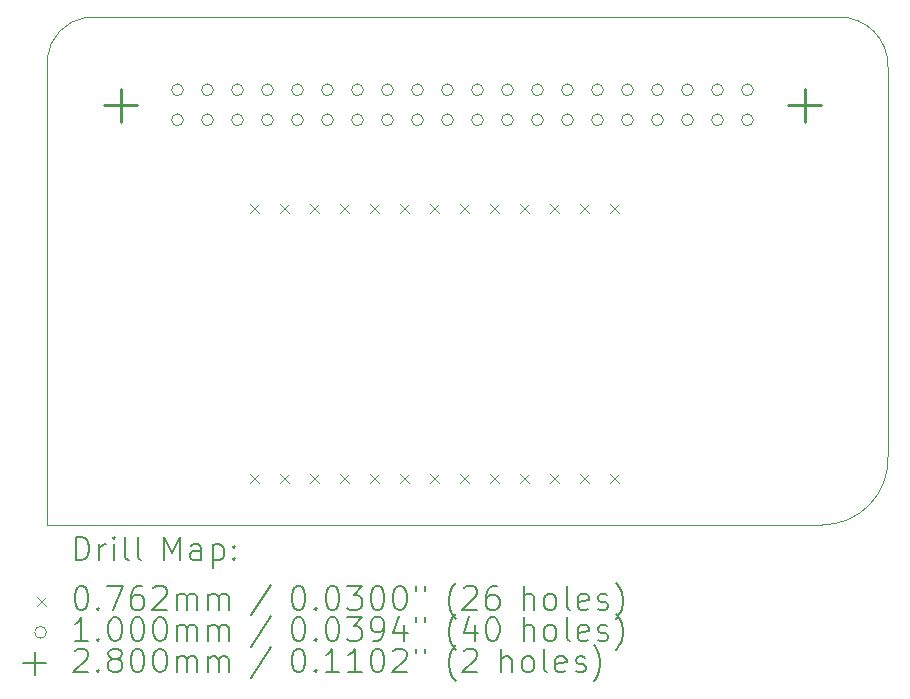
<source format=gbr>
%TF.GenerationSoftware,KiCad,Pcbnew,(7.0.0)*%
%TF.CreationDate,2023-07-17T15:43:13+02:00*%
%TF.ProjectId,SupportPizero,53757070-6f72-4745-9069-7a65726f2e6b,rev?*%
%TF.SameCoordinates,Original*%
%TF.FileFunction,Drillmap*%
%TF.FilePolarity,Positive*%
%FSLAX45Y45*%
G04 Gerber Fmt 4.5, Leading zero omitted, Abs format (unit mm)*
G04 Created by KiCad (PCBNEW (7.0.0)) date 2023-07-17 15:43:13*
%MOMM*%
%LPD*%
G01*
G04 APERTURE LIST*
%ADD10C,0.100000*%
%ADD11C,0.200000*%
%ADD12C,0.076200*%
%ADD13C,0.280000*%
G04 APERTURE END LIST*
D10*
X5130800Y-4932985D02*
G75*
G03*
X4800527Y-5280054I59200J-387015D01*
G01*
X11920340Y-8650052D02*
X11919724Y-5349976D01*
X11360695Y-9230000D02*
X4800000Y-9230000D01*
X4800527Y-5280054D02*
X4800000Y-9230000D01*
X11919729Y-5349976D02*
G75*
G03*
X11500695Y-4930972I-409029J9976D01*
G01*
X11360695Y-9229995D02*
G75*
G03*
X11920340Y-8650052I5J559995D01*
G01*
X5130800Y-4932985D02*
X11500695Y-4930972D01*
D11*
D12*
X6521900Y-6511900D02*
X6598100Y-6588100D01*
X6598100Y-6511900D02*
X6521900Y-6588100D01*
X6521900Y-8797900D02*
X6598100Y-8874100D01*
X6598100Y-8797900D02*
X6521900Y-8874100D01*
X6775900Y-6511900D02*
X6852100Y-6588100D01*
X6852100Y-6511900D02*
X6775900Y-6588100D01*
X6775900Y-8797900D02*
X6852100Y-8874100D01*
X6852100Y-8797900D02*
X6775900Y-8874100D01*
X7029900Y-6511900D02*
X7106100Y-6588100D01*
X7106100Y-6511900D02*
X7029900Y-6588100D01*
X7029900Y-8797900D02*
X7106100Y-8874100D01*
X7106100Y-8797900D02*
X7029900Y-8874100D01*
X7283900Y-6511900D02*
X7360100Y-6588100D01*
X7360100Y-6511900D02*
X7283900Y-6588100D01*
X7283900Y-8797900D02*
X7360100Y-8874100D01*
X7360100Y-8797900D02*
X7283900Y-8874100D01*
X7537900Y-6511900D02*
X7614100Y-6588100D01*
X7614100Y-6511900D02*
X7537900Y-6588100D01*
X7537900Y-8797900D02*
X7614100Y-8874100D01*
X7614100Y-8797900D02*
X7537900Y-8874100D01*
X7791900Y-6511900D02*
X7868100Y-6588100D01*
X7868100Y-6511900D02*
X7791900Y-6588100D01*
X7791900Y-8797900D02*
X7868100Y-8874100D01*
X7868100Y-8797900D02*
X7791900Y-8874100D01*
X8045900Y-6511900D02*
X8122100Y-6588100D01*
X8122100Y-6511900D02*
X8045900Y-6588100D01*
X8045900Y-8797900D02*
X8122100Y-8874100D01*
X8122100Y-8797900D02*
X8045900Y-8874100D01*
X8299900Y-6511900D02*
X8376100Y-6588100D01*
X8376100Y-6511900D02*
X8299900Y-6588100D01*
X8299900Y-8797900D02*
X8376100Y-8874100D01*
X8376100Y-8797900D02*
X8299900Y-8874100D01*
X8553900Y-6511900D02*
X8630100Y-6588100D01*
X8630100Y-6511900D02*
X8553900Y-6588100D01*
X8553900Y-8797900D02*
X8630100Y-8874100D01*
X8630100Y-8797900D02*
X8553900Y-8874100D01*
X8807900Y-6511900D02*
X8884100Y-6588100D01*
X8884100Y-6511900D02*
X8807900Y-6588100D01*
X8807900Y-8797900D02*
X8884100Y-8874100D01*
X8884100Y-8797900D02*
X8807900Y-8874100D01*
X9061900Y-6511900D02*
X9138100Y-6588100D01*
X9138100Y-6511900D02*
X9061900Y-6588100D01*
X9061900Y-8797900D02*
X9138100Y-8874100D01*
X9138100Y-8797900D02*
X9061900Y-8874100D01*
X9315900Y-6511900D02*
X9392100Y-6588100D01*
X9392100Y-6511900D02*
X9315900Y-6588100D01*
X9315900Y-8797900D02*
X9392100Y-8874100D01*
X9392100Y-8797900D02*
X9315900Y-8874100D01*
X9569900Y-6511900D02*
X9646100Y-6588100D01*
X9646100Y-6511900D02*
X9569900Y-6588100D01*
X9569900Y-8797900D02*
X9646100Y-8874100D01*
X9646100Y-8797900D02*
X9569900Y-8874100D01*
D10*
X5954000Y-5546000D02*
G75*
G03*
X5954000Y-5546000I-50000J0D01*
G01*
X5954000Y-5800000D02*
G75*
G03*
X5954000Y-5800000I-50000J0D01*
G01*
X6208000Y-5546000D02*
G75*
G03*
X6208000Y-5546000I-50000J0D01*
G01*
X6208000Y-5800000D02*
G75*
G03*
X6208000Y-5800000I-50000J0D01*
G01*
X6462000Y-5546000D02*
G75*
G03*
X6462000Y-5546000I-50000J0D01*
G01*
X6462000Y-5800000D02*
G75*
G03*
X6462000Y-5800000I-50000J0D01*
G01*
X6716000Y-5546000D02*
G75*
G03*
X6716000Y-5546000I-50000J0D01*
G01*
X6716000Y-5800000D02*
G75*
G03*
X6716000Y-5800000I-50000J0D01*
G01*
X6970000Y-5546000D02*
G75*
G03*
X6970000Y-5546000I-50000J0D01*
G01*
X6970000Y-5800000D02*
G75*
G03*
X6970000Y-5800000I-50000J0D01*
G01*
X7224000Y-5546000D02*
G75*
G03*
X7224000Y-5546000I-50000J0D01*
G01*
X7224000Y-5800000D02*
G75*
G03*
X7224000Y-5800000I-50000J0D01*
G01*
X7478000Y-5546000D02*
G75*
G03*
X7478000Y-5546000I-50000J0D01*
G01*
X7478000Y-5800000D02*
G75*
G03*
X7478000Y-5800000I-50000J0D01*
G01*
X7732000Y-5546000D02*
G75*
G03*
X7732000Y-5546000I-50000J0D01*
G01*
X7732000Y-5800000D02*
G75*
G03*
X7732000Y-5800000I-50000J0D01*
G01*
X7986000Y-5546000D02*
G75*
G03*
X7986000Y-5546000I-50000J0D01*
G01*
X7986000Y-5800000D02*
G75*
G03*
X7986000Y-5800000I-50000J0D01*
G01*
X8240000Y-5546000D02*
G75*
G03*
X8240000Y-5546000I-50000J0D01*
G01*
X8240000Y-5800000D02*
G75*
G03*
X8240000Y-5800000I-50000J0D01*
G01*
X8494000Y-5546000D02*
G75*
G03*
X8494000Y-5546000I-50000J0D01*
G01*
X8494000Y-5800000D02*
G75*
G03*
X8494000Y-5800000I-50000J0D01*
G01*
X8748000Y-5546000D02*
G75*
G03*
X8748000Y-5546000I-50000J0D01*
G01*
X8748000Y-5800000D02*
G75*
G03*
X8748000Y-5800000I-50000J0D01*
G01*
X9002000Y-5546000D02*
G75*
G03*
X9002000Y-5546000I-50000J0D01*
G01*
X9002000Y-5800000D02*
G75*
G03*
X9002000Y-5800000I-50000J0D01*
G01*
X9256000Y-5546000D02*
G75*
G03*
X9256000Y-5546000I-50000J0D01*
G01*
X9256000Y-5800000D02*
G75*
G03*
X9256000Y-5800000I-50000J0D01*
G01*
X9510000Y-5546000D02*
G75*
G03*
X9510000Y-5546000I-50000J0D01*
G01*
X9510000Y-5800000D02*
G75*
G03*
X9510000Y-5800000I-50000J0D01*
G01*
X9764000Y-5546000D02*
G75*
G03*
X9764000Y-5546000I-50000J0D01*
G01*
X9764000Y-5800000D02*
G75*
G03*
X9764000Y-5800000I-50000J0D01*
G01*
X10018000Y-5546000D02*
G75*
G03*
X10018000Y-5546000I-50000J0D01*
G01*
X10018000Y-5800000D02*
G75*
G03*
X10018000Y-5800000I-50000J0D01*
G01*
X10272000Y-5546000D02*
G75*
G03*
X10272000Y-5546000I-50000J0D01*
G01*
X10272000Y-5800000D02*
G75*
G03*
X10272000Y-5800000I-50000J0D01*
G01*
X10526000Y-5546000D02*
G75*
G03*
X10526000Y-5546000I-50000J0D01*
G01*
X10526000Y-5800000D02*
G75*
G03*
X10526000Y-5800000I-50000J0D01*
G01*
X10780000Y-5546000D02*
G75*
G03*
X10780000Y-5546000I-50000J0D01*
G01*
X10780000Y-5800000D02*
G75*
G03*
X10780000Y-5800000I-50000J0D01*
G01*
D13*
X5422900Y-5536900D02*
X5422900Y-5816900D01*
X5282900Y-5676900D02*
X5562900Y-5676900D01*
X11214100Y-5536900D02*
X11214100Y-5816900D01*
X11074100Y-5676900D02*
X11354100Y-5676900D01*
D11*
X5042619Y-9528476D02*
X5042619Y-9328476D01*
X5042619Y-9328476D02*
X5090238Y-9328476D01*
X5090238Y-9328476D02*
X5118810Y-9338000D01*
X5118810Y-9338000D02*
X5137857Y-9357048D01*
X5137857Y-9357048D02*
X5147381Y-9376095D01*
X5147381Y-9376095D02*
X5156905Y-9414190D01*
X5156905Y-9414190D02*
X5156905Y-9442762D01*
X5156905Y-9442762D02*
X5147381Y-9480857D01*
X5147381Y-9480857D02*
X5137857Y-9499905D01*
X5137857Y-9499905D02*
X5118810Y-9518952D01*
X5118810Y-9518952D02*
X5090238Y-9528476D01*
X5090238Y-9528476D02*
X5042619Y-9528476D01*
X5242619Y-9528476D02*
X5242619Y-9395143D01*
X5242619Y-9433238D02*
X5252143Y-9414190D01*
X5252143Y-9414190D02*
X5261667Y-9404667D01*
X5261667Y-9404667D02*
X5280714Y-9395143D01*
X5280714Y-9395143D02*
X5299762Y-9395143D01*
X5366429Y-9528476D02*
X5366429Y-9395143D01*
X5366429Y-9328476D02*
X5356905Y-9338000D01*
X5356905Y-9338000D02*
X5366429Y-9347524D01*
X5366429Y-9347524D02*
X5375952Y-9338000D01*
X5375952Y-9338000D02*
X5366429Y-9328476D01*
X5366429Y-9328476D02*
X5366429Y-9347524D01*
X5490238Y-9528476D02*
X5471190Y-9518952D01*
X5471190Y-9518952D02*
X5461667Y-9499905D01*
X5461667Y-9499905D02*
X5461667Y-9328476D01*
X5595000Y-9528476D02*
X5575952Y-9518952D01*
X5575952Y-9518952D02*
X5566429Y-9499905D01*
X5566429Y-9499905D02*
X5566429Y-9328476D01*
X5791190Y-9528476D02*
X5791190Y-9328476D01*
X5791190Y-9328476D02*
X5857857Y-9471333D01*
X5857857Y-9471333D02*
X5924524Y-9328476D01*
X5924524Y-9328476D02*
X5924524Y-9528476D01*
X6105476Y-9528476D02*
X6105476Y-9423714D01*
X6105476Y-9423714D02*
X6095952Y-9404667D01*
X6095952Y-9404667D02*
X6076905Y-9395143D01*
X6076905Y-9395143D02*
X6038809Y-9395143D01*
X6038809Y-9395143D02*
X6019762Y-9404667D01*
X6105476Y-9518952D02*
X6086428Y-9528476D01*
X6086428Y-9528476D02*
X6038809Y-9528476D01*
X6038809Y-9528476D02*
X6019762Y-9518952D01*
X6019762Y-9518952D02*
X6010238Y-9499905D01*
X6010238Y-9499905D02*
X6010238Y-9480857D01*
X6010238Y-9480857D02*
X6019762Y-9461810D01*
X6019762Y-9461810D02*
X6038809Y-9452286D01*
X6038809Y-9452286D02*
X6086428Y-9452286D01*
X6086428Y-9452286D02*
X6105476Y-9442762D01*
X6200714Y-9395143D02*
X6200714Y-9595143D01*
X6200714Y-9404667D02*
X6219762Y-9395143D01*
X6219762Y-9395143D02*
X6257857Y-9395143D01*
X6257857Y-9395143D02*
X6276905Y-9404667D01*
X6276905Y-9404667D02*
X6286428Y-9414190D01*
X6286428Y-9414190D02*
X6295952Y-9433238D01*
X6295952Y-9433238D02*
X6295952Y-9490381D01*
X6295952Y-9490381D02*
X6286428Y-9509429D01*
X6286428Y-9509429D02*
X6276905Y-9518952D01*
X6276905Y-9518952D02*
X6257857Y-9528476D01*
X6257857Y-9528476D02*
X6219762Y-9528476D01*
X6219762Y-9528476D02*
X6200714Y-9518952D01*
X6381667Y-9509429D02*
X6391190Y-9518952D01*
X6391190Y-9518952D02*
X6381667Y-9528476D01*
X6381667Y-9528476D02*
X6372143Y-9518952D01*
X6372143Y-9518952D02*
X6381667Y-9509429D01*
X6381667Y-9509429D02*
X6381667Y-9528476D01*
X6381667Y-9404667D02*
X6391190Y-9414190D01*
X6391190Y-9414190D02*
X6381667Y-9423714D01*
X6381667Y-9423714D02*
X6372143Y-9414190D01*
X6372143Y-9414190D02*
X6381667Y-9404667D01*
X6381667Y-9404667D02*
X6381667Y-9423714D01*
D12*
X4718800Y-9836900D02*
X4795000Y-9913100D01*
X4795000Y-9836900D02*
X4718800Y-9913100D01*
D11*
X5080714Y-9748476D02*
X5099762Y-9748476D01*
X5099762Y-9748476D02*
X5118810Y-9758000D01*
X5118810Y-9758000D02*
X5128333Y-9767524D01*
X5128333Y-9767524D02*
X5137857Y-9786571D01*
X5137857Y-9786571D02*
X5147381Y-9824667D01*
X5147381Y-9824667D02*
X5147381Y-9872286D01*
X5147381Y-9872286D02*
X5137857Y-9910381D01*
X5137857Y-9910381D02*
X5128333Y-9929429D01*
X5128333Y-9929429D02*
X5118810Y-9938952D01*
X5118810Y-9938952D02*
X5099762Y-9948476D01*
X5099762Y-9948476D02*
X5080714Y-9948476D01*
X5080714Y-9948476D02*
X5061667Y-9938952D01*
X5061667Y-9938952D02*
X5052143Y-9929429D01*
X5052143Y-9929429D02*
X5042619Y-9910381D01*
X5042619Y-9910381D02*
X5033095Y-9872286D01*
X5033095Y-9872286D02*
X5033095Y-9824667D01*
X5033095Y-9824667D02*
X5042619Y-9786571D01*
X5042619Y-9786571D02*
X5052143Y-9767524D01*
X5052143Y-9767524D02*
X5061667Y-9758000D01*
X5061667Y-9758000D02*
X5080714Y-9748476D01*
X5233095Y-9929429D02*
X5242619Y-9938952D01*
X5242619Y-9938952D02*
X5233095Y-9948476D01*
X5233095Y-9948476D02*
X5223571Y-9938952D01*
X5223571Y-9938952D02*
X5233095Y-9929429D01*
X5233095Y-9929429D02*
X5233095Y-9948476D01*
X5309286Y-9748476D02*
X5442619Y-9748476D01*
X5442619Y-9748476D02*
X5356905Y-9948476D01*
X5604524Y-9748476D02*
X5566429Y-9748476D01*
X5566429Y-9748476D02*
X5547381Y-9758000D01*
X5547381Y-9758000D02*
X5537857Y-9767524D01*
X5537857Y-9767524D02*
X5518810Y-9796095D01*
X5518810Y-9796095D02*
X5509286Y-9834190D01*
X5509286Y-9834190D02*
X5509286Y-9910381D01*
X5509286Y-9910381D02*
X5518810Y-9929429D01*
X5518810Y-9929429D02*
X5528333Y-9938952D01*
X5528333Y-9938952D02*
X5547381Y-9948476D01*
X5547381Y-9948476D02*
X5585476Y-9948476D01*
X5585476Y-9948476D02*
X5604524Y-9938952D01*
X5604524Y-9938952D02*
X5614048Y-9929429D01*
X5614048Y-9929429D02*
X5623571Y-9910381D01*
X5623571Y-9910381D02*
X5623571Y-9862762D01*
X5623571Y-9862762D02*
X5614048Y-9843714D01*
X5614048Y-9843714D02*
X5604524Y-9834190D01*
X5604524Y-9834190D02*
X5585476Y-9824667D01*
X5585476Y-9824667D02*
X5547381Y-9824667D01*
X5547381Y-9824667D02*
X5528333Y-9834190D01*
X5528333Y-9834190D02*
X5518810Y-9843714D01*
X5518810Y-9843714D02*
X5509286Y-9862762D01*
X5699762Y-9767524D02*
X5709286Y-9758000D01*
X5709286Y-9758000D02*
X5728333Y-9748476D01*
X5728333Y-9748476D02*
X5775952Y-9748476D01*
X5775952Y-9748476D02*
X5795000Y-9758000D01*
X5795000Y-9758000D02*
X5804524Y-9767524D01*
X5804524Y-9767524D02*
X5814048Y-9786571D01*
X5814048Y-9786571D02*
X5814048Y-9805619D01*
X5814048Y-9805619D02*
X5804524Y-9834190D01*
X5804524Y-9834190D02*
X5690238Y-9948476D01*
X5690238Y-9948476D02*
X5814048Y-9948476D01*
X5899762Y-9948476D02*
X5899762Y-9815143D01*
X5899762Y-9834190D02*
X5909286Y-9824667D01*
X5909286Y-9824667D02*
X5928333Y-9815143D01*
X5928333Y-9815143D02*
X5956905Y-9815143D01*
X5956905Y-9815143D02*
X5975952Y-9824667D01*
X5975952Y-9824667D02*
X5985476Y-9843714D01*
X5985476Y-9843714D02*
X5985476Y-9948476D01*
X5985476Y-9843714D02*
X5995000Y-9824667D01*
X5995000Y-9824667D02*
X6014048Y-9815143D01*
X6014048Y-9815143D02*
X6042619Y-9815143D01*
X6042619Y-9815143D02*
X6061667Y-9824667D01*
X6061667Y-9824667D02*
X6071190Y-9843714D01*
X6071190Y-9843714D02*
X6071190Y-9948476D01*
X6166429Y-9948476D02*
X6166429Y-9815143D01*
X6166429Y-9834190D02*
X6175952Y-9824667D01*
X6175952Y-9824667D02*
X6195000Y-9815143D01*
X6195000Y-9815143D02*
X6223571Y-9815143D01*
X6223571Y-9815143D02*
X6242619Y-9824667D01*
X6242619Y-9824667D02*
X6252143Y-9843714D01*
X6252143Y-9843714D02*
X6252143Y-9948476D01*
X6252143Y-9843714D02*
X6261667Y-9824667D01*
X6261667Y-9824667D02*
X6280714Y-9815143D01*
X6280714Y-9815143D02*
X6309286Y-9815143D01*
X6309286Y-9815143D02*
X6328333Y-9824667D01*
X6328333Y-9824667D02*
X6337857Y-9843714D01*
X6337857Y-9843714D02*
X6337857Y-9948476D01*
X6695952Y-9738952D02*
X6524524Y-9996095D01*
X6920714Y-9748476D02*
X6939762Y-9748476D01*
X6939762Y-9748476D02*
X6958810Y-9758000D01*
X6958810Y-9758000D02*
X6968333Y-9767524D01*
X6968333Y-9767524D02*
X6977857Y-9786571D01*
X6977857Y-9786571D02*
X6987381Y-9824667D01*
X6987381Y-9824667D02*
X6987381Y-9872286D01*
X6987381Y-9872286D02*
X6977857Y-9910381D01*
X6977857Y-9910381D02*
X6968333Y-9929429D01*
X6968333Y-9929429D02*
X6958810Y-9938952D01*
X6958810Y-9938952D02*
X6939762Y-9948476D01*
X6939762Y-9948476D02*
X6920714Y-9948476D01*
X6920714Y-9948476D02*
X6901667Y-9938952D01*
X6901667Y-9938952D02*
X6892143Y-9929429D01*
X6892143Y-9929429D02*
X6882619Y-9910381D01*
X6882619Y-9910381D02*
X6873095Y-9872286D01*
X6873095Y-9872286D02*
X6873095Y-9824667D01*
X6873095Y-9824667D02*
X6882619Y-9786571D01*
X6882619Y-9786571D02*
X6892143Y-9767524D01*
X6892143Y-9767524D02*
X6901667Y-9758000D01*
X6901667Y-9758000D02*
X6920714Y-9748476D01*
X7073095Y-9929429D02*
X7082619Y-9938952D01*
X7082619Y-9938952D02*
X7073095Y-9948476D01*
X7073095Y-9948476D02*
X7063571Y-9938952D01*
X7063571Y-9938952D02*
X7073095Y-9929429D01*
X7073095Y-9929429D02*
X7073095Y-9948476D01*
X7206429Y-9748476D02*
X7225476Y-9748476D01*
X7225476Y-9748476D02*
X7244524Y-9758000D01*
X7244524Y-9758000D02*
X7254048Y-9767524D01*
X7254048Y-9767524D02*
X7263571Y-9786571D01*
X7263571Y-9786571D02*
X7273095Y-9824667D01*
X7273095Y-9824667D02*
X7273095Y-9872286D01*
X7273095Y-9872286D02*
X7263571Y-9910381D01*
X7263571Y-9910381D02*
X7254048Y-9929429D01*
X7254048Y-9929429D02*
X7244524Y-9938952D01*
X7244524Y-9938952D02*
X7225476Y-9948476D01*
X7225476Y-9948476D02*
X7206429Y-9948476D01*
X7206429Y-9948476D02*
X7187381Y-9938952D01*
X7187381Y-9938952D02*
X7177857Y-9929429D01*
X7177857Y-9929429D02*
X7168333Y-9910381D01*
X7168333Y-9910381D02*
X7158810Y-9872286D01*
X7158810Y-9872286D02*
X7158810Y-9824667D01*
X7158810Y-9824667D02*
X7168333Y-9786571D01*
X7168333Y-9786571D02*
X7177857Y-9767524D01*
X7177857Y-9767524D02*
X7187381Y-9758000D01*
X7187381Y-9758000D02*
X7206429Y-9748476D01*
X7339762Y-9748476D02*
X7463571Y-9748476D01*
X7463571Y-9748476D02*
X7396905Y-9824667D01*
X7396905Y-9824667D02*
X7425476Y-9824667D01*
X7425476Y-9824667D02*
X7444524Y-9834190D01*
X7444524Y-9834190D02*
X7454048Y-9843714D01*
X7454048Y-9843714D02*
X7463571Y-9862762D01*
X7463571Y-9862762D02*
X7463571Y-9910381D01*
X7463571Y-9910381D02*
X7454048Y-9929429D01*
X7454048Y-9929429D02*
X7444524Y-9938952D01*
X7444524Y-9938952D02*
X7425476Y-9948476D01*
X7425476Y-9948476D02*
X7368333Y-9948476D01*
X7368333Y-9948476D02*
X7349286Y-9938952D01*
X7349286Y-9938952D02*
X7339762Y-9929429D01*
X7587381Y-9748476D02*
X7606429Y-9748476D01*
X7606429Y-9748476D02*
X7625476Y-9758000D01*
X7625476Y-9758000D02*
X7635000Y-9767524D01*
X7635000Y-9767524D02*
X7644524Y-9786571D01*
X7644524Y-9786571D02*
X7654048Y-9824667D01*
X7654048Y-9824667D02*
X7654048Y-9872286D01*
X7654048Y-9872286D02*
X7644524Y-9910381D01*
X7644524Y-9910381D02*
X7635000Y-9929429D01*
X7635000Y-9929429D02*
X7625476Y-9938952D01*
X7625476Y-9938952D02*
X7606429Y-9948476D01*
X7606429Y-9948476D02*
X7587381Y-9948476D01*
X7587381Y-9948476D02*
X7568333Y-9938952D01*
X7568333Y-9938952D02*
X7558810Y-9929429D01*
X7558810Y-9929429D02*
X7549286Y-9910381D01*
X7549286Y-9910381D02*
X7539762Y-9872286D01*
X7539762Y-9872286D02*
X7539762Y-9824667D01*
X7539762Y-9824667D02*
X7549286Y-9786571D01*
X7549286Y-9786571D02*
X7558810Y-9767524D01*
X7558810Y-9767524D02*
X7568333Y-9758000D01*
X7568333Y-9758000D02*
X7587381Y-9748476D01*
X7777857Y-9748476D02*
X7796905Y-9748476D01*
X7796905Y-9748476D02*
X7815952Y-9758000D01*
X7815952Y-9758000D02*
X7825476Y-9767524D01*
X7825476Y-9767524D02*
X7835000Y-9786571D01*
X7835000Y-9786571D02*
X7844524Y-9824667D01*
X7844524Y-9824667D02*
X7844524Y-9872286D01*
X7844524Y-9872286D02*
X7835000Y-9910381D01*
X7835000Y-9910381D02*
X7825476Y-9929429D01*
X7825476Y-9929429D02*
X7815952Y-9938952D01*
X7815952Y-9938952D02*
X7796905Y-9948476D01*
X7796905Y-9948476D02*
X7777857Y-9948476D01*
X7777857Y-9948476D02*
X7758810Y-9938952D01*
X7758810Y-9938952D02*
X7749286Y-9929429D01*
X7749286Y-9929429D02*
X7739762Y-9910381D01*
X7739762Y-9910381D02*
X7730238Y-9872286D01*
X7730238Y-9872286D02*
X7730238Y-9824667D01*
X7730238Y-9824667D02*
X7739762Y-9786571D01*
X7739762Y-9786571D02*
X7749286Y-9767524D01*
X7749286Y-9767524D02*
X7758810Y-9758000D01*
X7758810Y-9758000D02*
X7777857Y-9748476D01*
X7920714Y-9748476D02*
X7920714Y-9786571D01*
X7996905Y-9748476D02*
X7996905Y-9786571D01*
X8259762Y-10024667D02*
X8250238Y-10015143D01*
X8250238Y-10015143D02*
X8231191Y-9986571D01*
X8231191Y-9986571D02*
X8221667Y-9967524D01*
X8221667Y-9967524D02*
X8212143Y-9938952D01*
X8212143Y-9938952D02*
X8202619Y-9891333D01*
X8202619Y-9891333D02*
X8202619Y-9853238D01*
X8202619Y-9853238D02*
X8212143Y-9805619D01*
X8212143Y-9805619D02*
X8221667Y-9777048D01*
X8221667Y-9777048D02*
X8231191Y-9758000D01*
X8231191Y-9758000D02*
X8250238Y-9729429D01*
X8250238Y-9729429D02*
X8259762Y-9719905D01*
X8326429Y-9767524D02*
X8335952Y-9758000D01*
X8335952Y-9758000D02*
X8355000Y-9748476D01*
X8355000Y-9748476D02*
X8402619Y-9748476D01*
X8402619Y-9748476D02*
X8421667Y-9758000D01*
X8421667Y-9758000D02*
X8431191Y-9767524D01*
X8431191Y-9767524D02*
X8440714Y-9786571D01*
X8440714Y-9786571D02*
X8440714Y-9805619D01*
X8440714Y-9805619D02*
X8431191Y-9834190D01*
X8431191Y-9834190D02*
X8316905Y-9948476D01*
X8316905Y-9948476D02*
X8440714Y-9948476D01*
X8612143Y-9748476D02*
X8574048Y-9748476D01*
X8574048Y-9748476D02*
X8555000Y-9758000D01*
X8555000Y-9758000D02*
X8545476Y-9767524D01*
X8545476Y-9767524D02*
X8526429Y-9796095D01*
X8526429Y-9796095D02*
X8516905Y-9834190D01*
X8516905Y-9834190D02*
X8516905Y-9910381D01*
X8516905Y-9910381D02*
X8526429Y-9929429D01*
X8526429Y-9929429D02*
X8535953Y-9938952D01*
X8535953Y-9938952D02*
X8555000Y-9948476D01*
X8555000Y-9948476D02*
X8593095Y-9948476D01*
X8593095Y-9948476D02*
X8612143Y-9938952D01*
X8612143Y-9938952D02*
X8621667Y-9929429D01*
X8621667Y-9929429D02*
X8631191Y-9910381D01*
X8631191Y-9910381D02*
X8631191Y-9862762D01*
X8631191Y-9862762D02*
X8621667Y-9843714D01*
X8621667Y-9843714D02*
X8612143Y-9834190D01*
X8612143Y-9834190D02*
X8593095Y-9824667D01*
X8593095Y-9824667D02*
X8555000Y-9824667D01*
X8555000Y-9824667D02*
X8535953Y-9834190D01*
X8535953Y-9834190D02*
X8526429Y-9843714D01*
X8526429Y-9843714D02*
X8516905Y-9862762D01*
X8836905Y-9948476D02*
X8836905Y-9748476D01*
X8922619Y-9948476D02*
X8922619Y-9843714D01*
X8922619Y-9843714D02*
X8913095Y-9824667D01*
X8913095Y-9824667D02*
X8894048Y-9815143D01*
X8894048Y-9815143D02*
X8865476Y-9815143D01*
X8865476Y-9815143D02*
X8846429Y-9824667D01*
X8846429Y-9824667D02*
X8836905Y-9834190D01*
X9046429Y-9948476D02*
X9027381Y-9938952D01*
X9027381Y-9938952D02*
X9017857Y-9929429D01*
X9017857Y-9929429D02*
X9008334Y-9910381D01*
X9008334Y-9910381D02*
X9008334Y-9853238D01*
X9008334Y-9853238D02*
X9017857Y-9834190D01*
X9017857Y-9834190D02*
X9027381Y-9824667D01*
X9027381Y-9824667D02*
X9046429Y-9815143D01*
X9046429Y-9815143D02*
X9075000Y-9815143D01*
X9075000Y-9815143D02*
X9094048Y-9824667D01*
X9094048Y-9824667D02*
X9103572Y-9834190D01*
X9103572Y-9834190D02*
X9113095Y-9853238D01*
X9113095Y-9853238D02*
X9113095Y-9910381D01*
X9113095Y-9910381D02*
X9103572Y-9929429D01*
X9103572Y-9929429D02*
X9094048Y-9938952D01*
X9094048Y-9938952D02*
X9075000Y-9948476D01*
X9075000Y-9948476D02*
X9046429Y-9948476D01*
X9227381Y-9948476D02*
X9208334Y-9938952D01*
X9208334Y-9938952D02*
X9198810Y-9919905D01*
X9198810Y-9919905D02*
X9198810Y-9748476D01*
X9379762Y-9938952D02*
X9360715Y-9948476D01*
X9360715Y-9948476D02*
X9322619Y-9948476D01*
X9322619Y-9948476D02*
X9303572Y-9938952D01*
X9303572Y-9938952D02*
X9294048Y-9919905D01*
X9294048Y-9919905D02*
X9294048Y-9843714D01*
X9294048Y-9843714D02*
X9303572Y-9824667D01*
X9303572Y-9824667D02*
X9322619Y-9815143D01*
X9322619Y-9815143D02*
X9360715Y-9815143D01*
X9360715Y-9815143D02*
X9379762Y-9824667D01*
X9379762Y-9824667D02*
X9389286Y-9843714D01*
X9389286Y-9843714D02*
X9389286Y-9862762D01*
X9389286Y-9862762D02*
X9294048Y-9881810D01*
X9465476Y-9938952D02*
X9484524Y-9948476D01*
X9484524Y-9948476D02*
X9522619Y-9948476D01*
X9522619Y-9948476D02*
X9541667Y-9938952D01*
X9541667Y-9938952D02*
X9551191Y-9919905D01*
X9551191Y-9919905D02*
X9551191Y-9910381D01*
X9551191Y-9910381D02*
X9541667Y-9891333D01*
X9541667Y-9891333D02*
X9522619Y-9881810D01*
X9522619Y-9881810D02*
X9494048Y-9881810D01*
X9494048Y-9881810D02*
X9475000Y-9872286D01*
X9475000Y-9872286D02*
X9465476Y-9853238D01*
X9465476Y-9853238D02*
X9465476Y-9843714D01*
X9465476Y-9843714D02*
X9475000Y-9824667D01*
X9475000Y-9824667D02*
X9494048Y-9815143D01*
X9494048Y-9815143D02*
X9522619Y-9815143D01*
X9522619Y-9815143D02*
X9541667Y-9824667D01*
X9617857Y-10024667D02*
X9627381Y-10015143D01*
X9627381Y-10015143D02*
X9646429Y-9986571D01*
X9646429Y-9986571D02*
X9655953Y-9967524D01*
X9655953Y-9967524D02*
X9665476Y-9938952D01*
X9665476Y-9938952D02*
X9675000Y-9891333D01*
X9675000Y-9891333D02*
X9675000Y-9853238D01*
X9675000Y-9853238D02*
X9665476Y-9805619D01*
X9665476Y-9805619D02*
X9655953Y-9777048D01*
X9655953Y-9777048D02*
X9646429Y-9758000D01*
X9646429Y-9758000D02*
X9627381Y-9729429D01*
X9627381Y-9729429D02*
X9617857Y-9719905D01*
D10*
X4795000Y-10139000D02*
G75*
G03*
X4795000Y-10139000I-50000J0D01*
G01*
D11*
X5147381Y-10212476D02*
X5033095Y-10212476D01*
X5090238Y-10212476D02*
X5090238Y-10012476D01*
X5090238Y-10012476D02*
X5071190Y-10041048D01*
X5071190Y-10041048D02*
X5052143Y-10060095D01*
X5052143Y-10060095D02*
X5033095Y-10069619D01*
X5233095Y-10193429D02*
X5242619Y-10202952D01*
X5242619Y-10202952D02*
X5233095Y-10212476D01*
X5233095Y-10212476D02*
X5223571Y-10202952D01*
X5223571Y-10202952D02*
X5233095Y-10193429D01*
X5233095Y-10193429D02*
X5233095Y-10212476D01*
X5366429Y-10012476D02*
X5385476Y-10012476D01*
X5385476Y-10012476D02*
X5404524Y-10022000D01*
X5404524Y-10022000D02*
X5414048Y-10031524D01*
X5414048Y-10031524D02*
X5423571Y-10050571D01*
X5423571Y-10050571D02*
X5433095Y-10088667D01*
X5433095Y-10088667D02*
X5433095Y-10136286D01*
X5433095Y-10136286D02*
X5423571Y-10174381D01*
X5423571Y-10174381D02*
X5414048Y-10193429D01*
X5414048Y-10193429D02*
X5404524Y-10202952D01*
X5404524Y-10202952D02*
X5385476Y-10212476D01*
X5385476Y-10212476D02*
X5366429Y-10212476D01*
X5366429Y-10212476D02*
X5347381Y-10202952D01*
X5347381Y-10202952D02*
X5337857Y-10193429D01*
X5337857Y-10193429D02*
X5328333Y-10174381D01*
X5328333Y-10174381D02*
X5318810Y-10136286D01*
X5318810Y-10136286D02*
X5318810Y-10088667D01*
X5318810Y-10088667D02*
X5328333Y-10050571D01*
X5328333Y-10050571D02*
X5337857Y-10031524D01*
X5337857Y-10031524D02*
X5347381Y-10022000D01*
X5347381Y-10022000D02*
X5366429Y-10012476D01*
X5556905Y-10012476D02*
X5575952Y-10012476D01*
X5575952Y-10012476D02*
X5595000Y-10022000D01*
X5595000Y-10022000D02*
X5604524Y-10031524D01*
X5604524Y-10031524D02*
X5614048Y-10050571D01*
X5614048Y-10050571D02*
X5623571Y-10088667D01*
X5623571Y-10088667D02*
X5623571Y-10136286D01*
X5623571Y-10136286D02*
X5614048Y-10174381D01*
X5614048Y-10174381D02*
X5604524Y-10193429D01*
X5604524Y-10193429D02*
X5595000Y-10202952D01*
X5595000Y-10202952D02*
X5575952Y-10212476D01*
X5575952Y-10212476D02*
X5556905Y-10212476D01*
X5556905Y-10212476D02*
X5537857Y-10202952D01*
X5537857Y-10202952D02*
X5528333Y-10193429D01*
X5528333Y-10193429D02*
X5518810Y-10174381D01*
X5518810Y-10174381D02*
X5509286Y-10136286D01*
X5509286Y-10136286D02*
X5509286Y-10088667D01*
X5509286Y-10088667D02*
X5518810Y-10050571D01*
X5518810Y-10050571D02*
X5528333Y-10031524D01*
X5528333Y-10031524D02*
X5537857Y-10022000D01*
X5537857Y-10022000D02*
X5556905Y-10012476D01*
X5747381Y-10012476D02*
X5766429Y-10012476D01*
X5766429Y-10012476D02*
X5785476Y-10022000D01*
X5785476Y-10022000D02*
X5795000Y-10031524D01*
X5795000Y-10031524D02*
X5804524Y-10050571D01*
X5804524Y-10050571D02*
X5814048Y-10088667D01*
X5814048Y-10088667D02*
X5814048Y-10136286D01*
X5814048Y-10136286D02*
X5804524Y-10174381D01*
X5804524Y-10174381D02*
X5795000Y-10193429D01*
X5795000Y-10193429D02*
X5785476Y-10202952D01*
X5785476Y-10202952D02*
X5766429Y-10212476D01*
X5766429Y-10212476D02*
X5747381Y-10212476D01*
X5747381Y-10212476D02*
X5728333Y-10202952D01*
X5728333Y-10202952D02*
X5718809Y-10193429D01*
X5718809Y-10193429D02*
X5709286Y-10174381D01*
X5709286Y-10174381D02*
X5699762Y-10136286D01*
X5699762Y-10136286D02*
X5699762Y-10088667D01*
X5699762Y-10088667D02*
X5709286Y-10050571D01*
X5709286Y-10050571D02*
X5718809Y-10031524D01*
X5718809Y-10031524D02*
X5728333Y-10022000D01*
X5728333Y-10022000D02*
X5747381Y-10012476D01*
X5899762Y-10212476D02*
X5899762Y-10079143D01*
X5899762Y-10098190D02*
X5909286Y-10088667D01*
X5909286Y-10088667D02*
X5928333Y-10079143D01*
X5928333Y-10079143D02*
X5956905Y-10079143D01*
X5956905Y-10079143D02*
X5975952Y-10088667D01*
X5975952Y-10088667D02*
X5985476Y-10107714D01*
X5985476Y-10107714D02*
X5985476Y-10212476D01*
X5985476Y-10107714D02*
X5995000Y-10088667D01*
X5995000Y-10088667D02*
X6014048Y-10079143D01*
X6014048Y-10079143D02*
X6042619Y-10079143D01*
X6042619Y-10079143D02*
X6061667Y-10088667D01*
X6061667Y-10088667D02*
X6071190Y-10107714D01*
X6071190Y-10107714D02*
X6071190Y-10212476D01*
X6166429Y-10212476D02*
X6166429Y-10079143D01*
X6166429Y-10098190D02*
X6175952Y-10088667D01*
X6175952Y-10088667D02*
X6195000Y-10079143D01*
X6195000Y-10079143D02*
X6223571Y-10079143D01*
X6223571Y-10079143D02*
X6242619Y-10088667D01*
X6242619Y-10088667D02*
X6252143Y-10107714D01*
X6252143Y-10107714D02*
X6252143Y-10212476D01*
X6252143Y-10107714D02*
X6261667Y-10088667D01*
X6261667Y-10088667D02*
X6280714Y-10079143D01*
X6280714Y-10079143D02*
X6309286Y-10079143D01*
X6309286Y-10079143D02*
X6328333Y-10088667D01*
X6328333Y-10088667D02*
X6337857Y-10107714D01*
X6337857Y-10107714D02*
X6337857Y-10212476D01*
X6695952Y-10002952D02*
X6524524Y-10260095D01*
X6920714Y-10012476D02*
X6939762Y-10012476D01*
X6939762Y-10012476D02*
X6958810Y-10022000D01*
X6958810Y-10022000D02*
X6968333Y-10031524D01*
X6968333Y-10031524D02*
X6977857Y-10050571D01*
X6977857Y-10050571D02*
X6987381Y-10088667D01*
X6987381Y-10088667D02*
X6987381Y-10136286D01*
X6987381Y-10136286D02*
X6977857Y-10174381D01*
X6977857Y-10174381D02*
X6968333Y-10193429D01*
X6968333Y-10193429D02*
X6958810Y-10202952D01*
X6958810Y-10202952D02*
X6939762Y-10212476D01*
X6939762Y-10212476D02*
X6920714Y-10212476D01*
X6920714Y-10212476D02*
X6901667Y-10202952D01*
X6901667Y-10202952D02*
X6892143Y-10193429D01*
X6892143Y-10193429D02*
X6882619Y-10174381D01*
X6882619Y-10174381D02*
X6873095Y-10136286D01*
X6873095Y-10136286D02*
X6873095Y-10088667D01*
X6873095Y-10088667D02*
X6882619Y-10050571D01*
X6882619Y-10050571D02*
X6892143Y-10031524D01*
X6892143Y-10031524D02*
X6901667Y-10022000D01*
X6901667Y-10022000D02*
X6920714Y-10012476D01*
X7073095Y-10193429D02*
X7082619Y-10202952D01*
X7082619Y-10202952D02*
X7073095Y-10212476D01*
X7073095Y-10212476D02*
X7063571Y-10202952D01*
X7063571Y-10202952D02*
X7073095Y-10193429D01*
X7073095Y-10193429D02*
X7073095Y-10212476D01*
X7206429Y-10012476D02*
X7225476Y-10012476D01*
X7225476Y-10012476D02*
X7244524Y-10022000D01*
X7244524Y-10022000D02*
X7254048Y-10031524D01*
X7254048Y-10031524D02*
X7263571Y-10050571D01*
X7263571Y-10050571D02*
X7273095Y-10088667D01*
X7273095Y-10088667D02*
X7273095Y-10136286D01*
X7273095Y-10136286D02*
X7263571Y-10174381D01*
X7263571Y-10174381D02*
X7254048Y-10193429D01*
X7254048Y-10193429D02*
X7244524Y-10202952D01*
X7244524Y-10202952D02*
X7225476Y-10212476D01*
X7225476Y-10212476D02*
X7206429Y-10212476D01*
X7206429Y-10212476D02*
X7187381Y-10202952D01*
X7187381Y-10202952D02*
X7177857Y-10193429D01*
X7177857Y-10193429D02*
X7168333Y-10174381D01*
X7168333Y-10174381D02*
X7158810Y-10136286D01*
X7158810Y-10136286D02*
X7158810Y-10088667D01*
X7158810Y-10088667D02*
X7168333Y-10050571D01*
X7168333Y-10050571D02*
X7177857Y-10031524D01*
X7177857Y-10031524D02*
X7187381Y-10022000D01*
X7187381Y-10022000D02*
X7206429Y-10012476D01*
X7339762Y-10012476D02*
X7463571Y-10012476D01*
X7463571Y-10012476D02*
X7396905Y-10088667D01*
X7396905Y-10088667D02*
X7425476Y-10088667D01*
X7425476Y-10088667D02*
X7444524Y-10098190D01*
X7444524Y-10098190D02*
X7454048Y-10107714D01*
X7454048Y-10107714D02*
X7463571Y-10126762D01*
X7463571Y-10126762D02*
X7463571Y-10174381D01*
X7463571Y-10174381D02*
X7454048Y-10193429D01*
X7454048Y-10193429D02*
X7444524Y-10202952D01*
X7444524Y-10202952D02*
X7425476Y-10212476D01*
X7425476Y-10212476D02*
X7368333Y-10212476D01*
X7368333Y-10212476D02*
X7349286Y-10202952D01*
X7349286Y-10202952D02*
X7339762Y-10193429D01*
X7558810Y-10212476D02*
X7596905Y-10212476D01*
X7596905Y-10212476D02*
X7615952Y-10202952D01*
X7615952Y-10202952D02*
X7625476Y-10193429D01*
X7625476Y-10193429D02*
X7644524Y-10164857D01*
X7644524Y-10164857D02*
X7654048Y-10126762D01*
X7654048Y-10126762D02*
X7654048Y-10050571D01*
X7654048Y-10050571D02*
X7644524Y-10031524D01*
X7644524Y-10031524D02*
X7635000Y-10022000D01*
X7635000Y-10022000D02*
X7615952Y-10012476D01*
X7615952Y-10012476D02*
X7577857Y-10012476D01*
X7577857Y-10012476D02*
X7558810Y-10022000D01*
X7558810Y-10022000D02*
X7549286Y-10031524D01*
X7549286Y-10031524D02*
X7539762Y-10050571D01*
X7539762Y-10050571D02*
X7539762Y-10098190D01*
X7539762Y-10098190D02*
X7549286Y-10117238D01*
X7549286Y-10117238D02*
X7558810Y-10126762D01*
X7558810Y-10126762D02*
X7577857Y-10136286D01*
X7577857Y-10136286D02*
X7615952Y-10136286D01*
X7615952Y-10136286D02*
X7635000Y-10126762D01*
X7635000Y-10126762D02*
X7644524Y-10117238D01*
X7644524Y-10117238D02*
X7654048Y-10098190D01*
X7825476Y-10079143D02*
X7825476Y-10212476D01*
X7777857Y-10002952D02*
X7730238Y-10145810D01*
X7730238Y-10145810D02*
X7854048Y-10145810D01*
X7920714Y-10012476D02*
X7920714Y-10050571D01*
X7996905Y-10012476D02*
X7996905Y-10050571D01*
X8259762Y-10288667D02*
X8250238Y-10279143D01*
X8250238Y-10279143D02*
X8231191Y-10250571D01*
X8231191Y-10250571D02*
X8221667Y-10231524D01*
X8221667Y-10231524D02*
X8212143Y-10202952D01*
X8212143Y-10202952D02*
X8202619Y-10155333D01*
X8202619Y-10155333D02*
X8202619Y-10117238D01*
X8202619Y-10117238D02*
X8212143Y-10069619D01*
X8212143Y-10069619D02*
X8221667Y-10041048D01*
X8221667Y-10041048D02*
X8231191Y-10022000D01*
X8231191Y-10022000D02*
X8250238Y-9993429D01*
X8250238Y-9993429D02*
X8259762Y-9983905D01*
X8421667Y-10079143D02*
X8421667Y-10212476D01*
X8374048Y-10002952D02*
X8326429Y-10145810D01*
X8326429Y-10145810D02*
X8450238Y-10145810D01*
X8564524Y-10012476D02*
X8583572Y-10012476D01*
X8583572Y-10012476D02*
X8602619Y-10022000D01*
X8602619Y-10022000D02*
X8612143Y-10031524D01*
X8612143Y-10031524D02*
X8621667Y-10050571D01*
X8621667Y-10050571D02*
X8631191Y-10088667D01*
X8631191Y-10088667D02*
X8631191Y-10136286D01*
X8631191Y-10136286D02*
X8621667Y-10174381D01*
X8621667Y-10174381D02*
X8612143Y-10193429D01*
X8612143Y-10193429D02*
X8602619Y-10202952D01*
X8602619Y-10202952D02*
X8583572Y-10212476D01*
X8583572Y-10212476D02*
X8564524Y-10212476D01*
X8564524Y-10212476D02*
X8545476Y-10202952D01*
X8545476Y-10202952D02*
X8535953Y-10193429D01*
X8535953Y-10193429D02*
X8526429Y-10174381D01*
X8526429Y-10174381D02*
X8516905Y-10136286D01*
X8516905Y-10136286D02*
X8516905Y-10088667D01*
X8516905Y-10088667D02*
X8526429Y-10050571D01*
X8526429Y-10050571D02*
X8535953Y-10031524D01*
X8535953Y-10031524D02*
X8545476Y-10022000D01*
X8545476Y-10022000D02*
X8564524Y-10012476D01*
X8836905Y-10212476D02*
X8836905Y-10012476D01*
X8922619Y-10212476D02*
X8922619Y-10107714D01*
X8922619Y-10107714D02*
X8913095Y-10088667D01*
X8913095Y-10088667D02*
X8894048Y-10079143D01*
X8894048Y-10079143D02*
X8865476Y-10079143D01*
X8865476Y-10079143D02*
X8846429Y-10088667D01*
X8846429Y-10088667D02*
X8836905Y-10098190D01*
X9046429Y-10212476D02*
X9027381Y-10202952D01*
X9027381Y-10202952D02*
X9017857Y-10193429D01*
X9017857Y-10193429D02*
X9008334Y-10174381D01*
X9008334Y-10174381D02*
X9008334Y-10117238D01*
X9008334Y-10117238D02*
X9017857Y-10098190D01*
X9017857Y-10098190D02*
X9027381Y-10088667D01*
X9027381Y-10088667D02*
X9046429Y-10079143D01*
X9046429Y-10079143D02*
X9075000Y-10079143D01*
X9075000Y-10079143D02*
X9094048Y-10088667D01*
X9094048Y-10088667D02*
X9103572Y-10098190D01*
X9103572Y-10098190D02*
X9113095Y-10117238D01*
X9113095Y-10117238D02*
X9113095Y-10174381D01*
X9113095Y-10174381D02*
X9103572Y-10193429D01*
X9103572Y-10193429D02*
X9094048Y-10202952D01*
X9094048Y-10202952D02*
X9075000Y-10212476D01*
X9075000Y-10212476D02*
X9046429Y-10212476D01*
X9227381Y-10212476D02*
X9208334Y-10202952D01*
X9208334Y-10202952D02*
X9198810Y-10183905D01*
X9198810Y-10183905D02*
X9198810Y-10012476D01*
X9379762Y-10202952D02*
X9360715Y-10212476D01*
X9360715Y-10212476D02*
X9322619Y-10212476D01*
X9322619Y-10212476D02*
X9303572Y-10202952D01*
X9303572Y-10202952D02*
X9294048Y-10183905D01*
X9294048Y-10183905D02*
X9294048Y-10107714D01*
X9294048Y-10107714D02*
X9303572Y-10088667D01*
X9303572Y-10088667D02*
X9322619Y-10079143D01*
X9322619Y-10079143D02*
X9360715Y-10079143D01*
X9360715Y-10079143D02*
X9379762Y-10088667D01*
X9379762Y-10088667D02*
X9389286Y-10107714D01*
X9389286Y-10107714D02*
X9389286Y-10126762D01*
X9389286Y-10126762D02*
X9294048Y-10145810D01*
X9465476Y-10202952D02*
X9484524Y-10212476D01*
X9484524Y-10212476D02*
X9522619Y-10212476D01*
X9522619Y-10212476D02*
X9541667Y-10202952D01*
X9541667Y-10202952D02*
X9551191Y-10183905D01*
X9551191Y-10183905D02*
X9551191Y-10174381D01*
X9551191Y-10174381D02*
X9541667Y-10155333D01*
X9541667Y-10155333D02*
X9522619Y-10145810D01*
X9522619Y-10145810D02*
X9494048Y-10145810D01*
X9494048Y-10145810D02*
X9475000Y-10136286D01*
X9475000Y-10136286D02*
X9465476Y-10117238D01*
X9465476Y-10117238D02*
X9465476Y-10107714D01*
X9465476Y-10107714D02*
X9475000Y-10088667D01*
X9475000Y-10088667D02*
X9494048Y-10079143D01*
X9494048Y-10079143D02*
X9522619Y-10079143D01*
X9522619Y-10079143D02*
X9541667Y-10088667D01*
X9617857Y-10288667D02*
X9627381Y-10279143D01*
X9627381Y-10279143D02*
X9646429Y-10250571D01*
X9646429Y-10250571D02*
X9655953Y-10231524D01*
X9655953Y-10231524D02*
X9665476Y-10202952D01*
X9665476Y-10202952D02*
X9675000Y-10155333D01*
X9675000Y-10155333D02*
X9675000Y-10117238D01*
X9675000Y-10117238D02*
X9665476Y-10069619D01*
X9665476Y-10069619D02*
X9655953Y-10041048D01*
X9655953Y-10041048D02*
X9646429Y-10022000D01*
X9646429Y-10022000D02*
X9627381Y-9993429D01*
X9627381Y-9993429D02*
X9617857Y-9983905D01*
X4695000Y-10303000D02*
X4695000Y-10503000D01*
X4595000Y-10403000D02*
X4795000Y-10403000D01*
X5033095Y-10295524D02*
X5042619Y-10286000D01*
X5042619Y-10286000D02*
X5061667Y-10276476D01*
X5061667Y-10276476D02*
X5109286Y-10276476D01*
X5109286Y-10276476D02*
X5128333Y-10286000D01*
X5128333Y-10286000D02*
X5137857Y-10295524D01*
X5137857Y-10295524D02*
X5147381Y-10314571D01*
X5147381Y-10314571D02*
X5147381Y-10333619D01*
X5147381Y-10333619D02*
X5137857Y-10362190D01*
X5137857Y-10362190D02*
X5023571Y-10476476D01*
X5023571Y-10476476D02*
X5147381Y-10476476D01*
X5233095Y-10457429D02*
X5242619Y-10466952D01*
X5242619Y-10466952D02*
X5233095Y-10476476D01*
X5233095Y-10476476D02*
X5223571Y-10466952D01*
X5223571Y-10466952D02*
X5233095Y-10457429D01*
X5233095Y-10457429D02*
X5233095Y-10476476D01*
X5356905Y-10362190D02*
X5337857Y-10352667D01*
X5337857Y-10352667D02*
X5328333Y-10343143D01*
X5328333Y-10343143D02*
X5318810Y-10324095D01*
X5318810Y-10324095D02*
X5318810Y-10314571D01*
X5318810Y-10314571D02*
X5328333Y-10295524D01*
X5328333Y-10295524D02*
X5337857Y-10286000D01*
X5337857Y-10286000D02*
X5356905Y-10276476D01*
X5356905Y-10276476D02*
X5395000Y-10276476D01*
X5395000Y-10276476D02*
X5414048Y-10286000D01*
X5414048Y-10286000D02*
X5423571Y-10295524D01*
X5423571Y-10295524D02*
X5433095Y-10314571D01*
X5433095Y-10314571D02*
X5433095Y-10324095D01*
X5433095Y-10324095D02*
X5423571Y-10343143D01*
X5423571Y-10343143D02*
X5414048Y-10352667D01*
X5414048Y-10352667D02*
X5395000Y-10362190D01*
X5395000Y-10362190D02*
X5356905Y-10362190D01*
X5356905Y-10362190D02*
X5337857Y-10371714D01*
X5337857Y-10371714D02*
X5328333Y-10381238D01*
X5328333Y-10381238D02*
X5318810Y-10400286D01*
X5318810Y-10400286D02*
X5318810Y-10438381D01*
X5318810Y-10438381D02*
X5328333Y-10457429D01*
X5328333Y-10457429D02*
X5337857Y-10466952D01*
X5337857Y-10466952D02*
X5356905Y-10476476D01*
X5356905Y-10476476D02*
X5395000Y-10476476D01*
X5395000Y-10476476D02*
X5414048Y-10466952D01*
X5414048Y-10466952D02*
X5423571Y-10457429D01*
X5423571Y-10457429D02*
X5433095Y-10438381D01*
X5433095Y-10438381D02*
X5433095Y-10400286D01*
X5433095Y-10400286D02*
X5423571Y-10381238D01*
X5423571Y-10381238D02*
X5414048Y-10371714D01*
X5414048Y-10371714D02*
X5395000Y-10362190D01*
X5556905Y-10276476D02*
X5575952Y-10276476D01*
X5575952Y-10276476D02*
X5595000Y-10286000D01*
X5595000Y-10286000D02*
X5604524Y-10295524D01*
X5604524Y-10295524D02*
X5614048Y-10314571D01*
X5614048Y-10314571D02*
X5623571Y-10352667D01*
X5623571Y-10352667D02*
X5623571Y-10400286D01*
X5623571Y-10400286D02*
X5614048Y-10438381D01*
X5614048Y-10438381D02*
X5604524Y-10457429D01*
X5604524Y-10457429D02*
X5595000Y-10466952D01*
X5595000Y-10466952D02*
X5575952Y-10476476D01*
X5575952Y-10476476D02*
X5556905Y-10476476D01*
X5556905Y-10476476D02*
X5537857Y-10466952D01*
X5537857Y-10466952D02*
X5528333Y-10457429D01*
X5528333Y-10457429D02*
X5518810Y-10438381D01*
X5518810Y-10438381D02*
X5509286Y-10400286D01*
X5509286Y-10400286D02*
X5509286Y-10352667D01*
X5509286Y-10352667D02*
X5518810Y-10314571D01*
X5518810Y-10314571D02*
X5528333Y-10295524D01*
X5528333Y-10295524D02*
X5537857Y-10286000D01*
X5537857Y-10286000D02*
X5556905Y-10276476D01*
X5747381Y-10276476D02*
X5766429Y-10276476D01*
X5766429Y-10276476D02*
X5785476Y-10286000D01*
X5785476Y-10286000D02*
X5795000Y-10295524D01*
X5795000Y-10295524D02*
X5804524Y-10314571D01*
X5804524Y-10314571D02*
X5814048Y-10352667D01*
X5814048Y-10352667D02*
X5814048Y-10400286D01*
X5814048Y-10400286D02*
X5804524Y-10438381D01*
X5804524Y-10438381D02*
X5795000Y-10457429D01*
X5795000Y-10457429D02*
X5785476Y-10466952D01*
X5785476Y-10466952D02*
X5766429Y-10476476D01*
X5766429Y-10476476D02*
X5747381Y-10476476D01*
X5747381Y-10476476D02*
X5728333Y-10466952D01*
X5728333Y-10466952D02*
X5718809Y-10457429D01*
X5718809Y-10457429D02*
X5709286Y-10438381D01*
X5709286Y-10438381D02*
X5699762Y-10400286D01*
X5699762Y-10400286D02*
X5699762Y-10352667D01*
X5699762Y-10352667D02*
X5709286Y-10314571D01*
X5709286Y-10314571D02*
X5718809Y-10295524D01*
X5718809Y-10295524D02*
X5728333Y-10286000D01*
X5728333Y-10286000D02*
X5747381Y-10276476D01*
X5899762Y-10476476D02*
X5899762Y-10343143D01*
X5899762Y-10362190D02*
X5909286Y-10352667D01*
X5909286Y-10352667D02*
X5928333Y-10343143D01*
X5928333Y-10343143D02*
X5956905Y-10343143D01*
X5956905Y-10343143D02*
X5975952Y-10352667D01*
X5975952Y-10352667D02*
X5985476Y-10371714D01*
X5985476Y-10371714D02*
X5985476Y-10476476D01*
X5985476Y-10371714D02*
X5995000Y-10352667D01*
X5995000Y-10352667D02*
X6014048Y-10343143D01*
X6014048Y-10343143D02*
X6042619Y-10343143D01*
X6042619Y-10343143D02*
X6061667Y-10352667D01*
X6061667Y-10352667D02*
X6071190Y-10371714D01*
X6071190Y-10371714D02*
X6071190Y-10476476D01*
X6166429Y-10476476D02*
X6166429Y-10343143D01*
X6166429Y-10362190D02*
X6175952Y-10352667D01*
X6175952Y-10352667D02*
X6195000Y-10343143D01*
X6195000Y-10343143D02*
X6223571Y-10343143D01*
X6223571Y-10343143D02*
X6242619Y-10352667D01*
X6242619Y-10352667D02*
X6252143Y-10371714D01*
X6252143Y-10371714D02*
X6252143Y-10476476D01*
X6252143Y-10371714D02*
X6261667Y-10352667D01*
X6261667Y-10352667D02*
X6280714Y-10343143D01*
X6280714Y-10343143D02*
X6309286Y-10343143D01*
X6309286Y-10343143D02*
X6328333Y-10352667D01*
X6328333Y-10352667D02*
X6337857Y-10371714D01*
X6337857Y-10371714D02*
X6337857Y-10476476D01*
X6695952Y-10266952D02*
X6524524Y-10524095D01*
X6920714Y-10276476D02*
X6939762Y-10276476D01*
X6939762Y-10276476D02*
X6958810Y-10286000D01*
X6958810Y-10286000D02*
X6968333Y-10295524D01*
X6968333Y-10295524D02*
X6977857Y-10314571D01*
X6977857Y-10314571D02*
X6987381Y-10352667D01*
X6987381Y-10352667D02*
X6987381Y-10400286D01*
X6987381Y-10400286D02*
X6977857Y-10438381D01*
X6977857Y-10438381D02*
X6968333Y-10457429D01*
X6968333Y-10457429D02*
X6958810Y-10466952D01*
X6958810Y-10466952D02*
X6939762Y-10476476D01*
X6939762Y-10476476D02*
X6920714Y-10476476D01*
X6920714Y-10476476D02*
X6901667Y-10466952D01*
X6901667Y-10466952D02*
X6892143Y-10457429D01*
X6892143Y-10457429D02*
X6882619Y-10438381D01*
X6882619Y-10438381D02*
X6873095Y-10400286D01*
X6873095Y-10400286D02*
X6873095Y-10352667D01*
X6873095Y-10352667D02*
X6882619Y-10314571D01*
X6882619Y-10314571D02*
X6892143Y-10295524D01*
X6892143Y-10295524D02*
X6901667Y-10286000D01*
X6901667Y-10286000D02*
X6920714Y-10276476D01*
X7073095Y-10457429D02*
X7082619Y-10466952D01*
X7082619Y-10466952D02*
X7073095Y-10476476D01*
X7073095Y-10476476D02*
X7063571Y-10466952D01*
X7063571Y-10466952D02*
X7073095Y-10457429D01*
X7073095Y-10457429D02*
X7073095Y-10476476D01*
X7273095Y-10476476D02*
X7158810Y-10476476D01*
X7215952Y-10476476D02*
X7215952Y-10276476D01*
X7215952Y-10276476D02*
X7196905Y-10305048D01*
X7196905Y-10305048D02*
X7177857Y-10324095D01*
X7177857Y-10324095D02*
X7158810Y-10333619D01*
X7463571Y-10476476D02*
X7349286Y-10476476D01*
X7406429Y-10476476D02*
X7406429Y-10276476D01*
X7406429Y-10276476D02*
X7387381Y-10305048D01*
X7387381Y-10305048D02*
X7368333Y-10324095D01*
X7368333Y-10324095D02*
X7349286Y-10333619D01*
X7587381Y-10276476D02*
X7606429Y-10276476D01*
X7606429Y-10276476D02*
X7625476Y-10286000D01*
X7625476Y-10286000D02*
X7635000Y-10295524D01*
X7635000Y-10295524D02*
X7644524Y-10314571D01*
X7644524Y-10314571D02*
X7654048Y-10352667D01*
X7654048Y-10352667D02*
X7654048Y-10400286D01*
X7654048Y-10400286D02*
X7644524Y-10438381D01*
X7644524Y-10438381D02*
X7635000Y-10457429D01*
X7635000Y-10457429D02*
X7625476Y-10466952D01*
X7625476Y-10466952D02*
X7606429Y-10476476D01*
X7606429Y-10476476D02*
X7587381Y-10476476D01*
X7587381Y-10476476D02*
X7568333Y-10466952D01*
X7568333Y-10466952D02*
X7558810Y-10457429D01*
X7558810Y-10457429D02*
X7549286Y-10438381D01*
X7549286Y-10438381D02*
X7539762Y-10400286D01*
X7539762Y-10400286D02*
X7539762Y-10352667D01*
X7539762Y-10352667D02*
X7549286Y-10314571D01*
X7549286Y-10314571D02*
X7558810Y-10295524D01*
X7558810Y-10295524D02*
X7568333Y-10286000D01*
X7568333Y-10286000D02*
X7587381Y-10276476D01*
X7730238Y-10295524D02*
X7739762Y-10286000D01*
X7739762Y-10286000D02*
X7758810Y-10276476D01*
X7758810Y-10276476D02*
X7806429Y-10276476D01*
X7806429Y-10276476D02*
X7825476Y-10286000D01*
X7825476Y-10286000D02*
X7835000Y-10295524D01*
X7835000Y-10295524D02*
X7844524Y-10314571D01*
X7844524Y-10314571D02*
X7844524Y-10333619D01*
X7844524Y-10333619D02*
X7835000Y-10362190D01*
X7835000Y-10362190D02*
X7720714Y-10476476D01*
X7720714Y-10476476D02*
X7844524Y-10476476D01*
X7920714Y-10276476D02*
X7920714Y-10314571D01*
X7996905Y-10276476D02*
X7996905Y-10314571D01*
X8259762Y-10552667D02*
X8250238Y-10543143D01*
X8250238Y-10543143D02*
X8231191Y-10514571D01*
X8231191Y-10514571D02*
X8221667Y-10495524D01*
X8221667Y-10495524D02*
X8212143Y-10466952D01*
X8212143Y-10466952D02*
X8202619Y-10419333D01*
X8202619Y-10419333D02*
X8202619Y-10381238D01*
X8202619Y-10381238D02*
X8212143Y-10333619D01*
X8212143Y-10333619D02*
X8221667Y-10305048D01*
X8221667Y-10305048D02*
X8231191Y-10286000D01*
X8231191Y-10286000D02*
X8250238Y-10257429D01*
X8250238Y-10257429D02*
X8259762Y-10247905D01*
X8326429Y-10295524D02*
X8335952Y-10286000D01*
X8335952Y-10286000D02*
X8355000Y-10276476D01*
X8355000Y-10276476D02*
X8402619Y-10276476D01*
X8402619Y-10276476D02*
X8421667Y-10286000D01*
X8421667Y-10286000D02*
X8431191Y-10295524D01*
X8431191Y-10295524D02*
X8440714Y-10314571D01*
X8440714Y-10314571D02*
X8440714Y-10333619D01*
X8440714Y-10333619D02*
X8431191Y-10362190D01*
X8431191Y-10362190D02*
X8316905Y-10476476D01*
X8316905Y-10476476D02*
X8440714Y-10476476D01*
X8646429Y-10476476D02*
X8646429Y-10276476D01*
X8732143Y-10476476D02*
X8732143Y-10371714D01*
X8732143Y-10371714D02*
X8722619Y-10352667D01*
X8722619Y-10352667D02*
X8703572Y-10343143D01*
X8703572Y-10343143D02*
X8675000Y-10343143D01*
X8675000Y-10343143D02*
X8655953Y-10352667D01*
X8655953Y-10352667D02*
X8646429Y-10362190D01*
X8855953Y-10476476D02*
X8836905Y-10466952D01*
X8836905Y-10466952D02*
X8827381Y-10457429D01*
X8827381Y-10457429D02*
X8817857Y-10438381D01*
X8817857Y-10438381D02*
X8817857Y-10381238D01*
X8817857Y-10381238D02*
X8827381Y-10362190D01*
X8827381Y-10362190D02*
X8836905Y-10352667D01*
X8836905Y-10352667D02*
X8855953Y-10343143D01*
X8855953Y-10343143D02*
X8884524Y-10343143D01*
X8884524Y-10343143D02*
X8903572Y-10352667D01*
X8903572Y-10352667D02*
X8913095Y-10362190D01*
X8913095Y-10362190D02*
X8922619Y-10381238D01*
X8922619Y-10381238D02*
X8922619Y-10438381D01*
X8922619Y-10438381D02*
X8913095Y-10457429D01*
X8913095Y-10457429D02*
X8903572Y-10466952D01*
X8903572Y-10466952D02*
X8884524Y-10476476D01*
X8884524Y-10476476D02*
X8855953Y-10476476D01*
X9036905Y-10476476D02*
X9017857Y-10466952D01*
X9017857Y-10466952D02*
X9008334Y-10447905D01*
X9008334Y-10447905D02*
X9008334Y-10276476D01*
X9189286Y-10466952D02*
X9170238Y-10476476D01*
X9170238Y-10476476D02*
X9132143Y-10476476D01*
X9132143Y-10476476D02*
X9113095Y-10466952D01*
X9113095Y-10466952D02*
X9103572Y-10447905D01*
X9103572Y-10447905D02*
X9103572Y-10371714D01*
X9103572Y-10371714D02*
X9113095Y-10352667D01*
X9113095Y-10352667D02*
X9132143Y-10343143D01*
X9132143Y-10343143D02*
X9170238Y-10343143D01*
X9170238Y-10343143D02*
X9189286Y-10352667D01*
X9189286Y-10352667D02*
X9198810Y-10371714D01*
X9198810Y-10371714D02*
X9198810Y-10390762D01*
X9198810Y-10390762D02*
X9103572Y-10409810D01*
X9275000Y-10466952D02*
X9294048Y-10476476D01*
X9294048Y-10476476D02*
X9332143Y-10476476D01*
X9332143Y-10476476D02*
X9351191Y-10466952D01*
X9351191Y-10466952D02*
X9360715Y-10447905D01*
X9360715Y-10447905D02*
X9360715Y-10438381D01*
X9360715Y-10438381D02*
X9351191Y-10419333D01*
X9351191Y-10419333D02*
X9332143Y-10409810D01*
X9332143Y-10409810D02*
X9303572Y-10409810D01*
X9303572Y-10409810D02*
X9284524Y-10400286D01*
X9284524Y-10400286D02*
X9275000Y-10381238D01*
X9275000Y-10381238D02*
X9275000Y-10371714D01*
X9275000Y-10371714D02*
X9284524Y-10352667D01*
X9284524Y-10352667D02*
X9303572Y-10343143D01*
X9303572Y-10343143D02*
X9332143Y-10343143D01*
X9332143Y-10343143D02*
X9351191Y-10352667D01*
X9427381Y-10552667D02*
X9436905Y-10543143D01*
X9436905Y-10543143D02*
X9455953Y-10514571D01*
X9455953Y-10514571D02*
X9465476Y-10495524D01*
X9465476Y-10495524D02*
X9475000Y-10466952D01*
X9475000Y-10466952D02*
X9484524Y-10419333D01*
X9484524Y-10419333D02*
X9484524Y-10381238D01*
X9484524Y-10381238D02*
X9475000Y-10333619D01*
X9475000Y-10333619D02*
X9465476Y-10305048D01*
X9465476Y-10305048D02*
X9455953Y-10286000D01*
X9455953Y-10286000D02*
X9436905Y-10257429D01*
X9436905Y-10257429D02*
X9427381Y-10247905D01*
M02*

</source>
